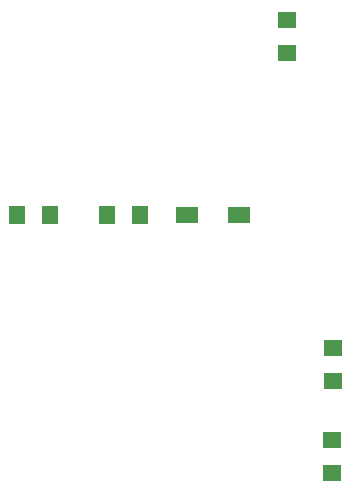
<source format=gbr>
%TF.GenerationSoftware,Novarm,DipTrace,3.3.1.3*%
%TF.CreationDate,2020-02-21T13:35:12+01:00*%
%FSLAX35Y35*%
%MOMM*%
%TF.FileFunction,Paste,Bot*%
%TF.Part,Single*%
%ADD47R,1.39985X1.59985*%
%ADD51R,1.89985X1.34985*%
%ADD53R,1.59985X1.39985*%
G75*
G01*
%LPD*%
D53*
X5048165Y6547665D3*
Y6827665D3*
D51*
X4646165Y5176665D3*
X4206165D3*
D47*
X3042165D3*
X2762165D3*
X3804165D3*
X3524165D3*
D53*
X5429165Y2991665D3*
Y3271665D3*
X5442165Y4046665D3*
Y3766665D3*
M02*

</source>
